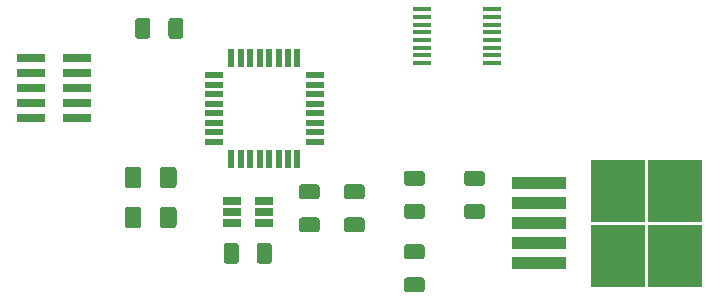
<source format=gbr>
G04 #@! TF.GenerationSoftware,KiCad,Pcbnew,5.1.4-e60b266~84~ubuntu18.04.1*
G04 #@! TF.CreationDate,2019-10-02T13:36:21-06:00*
G04 #@! TF.ProjectId,Star Tracker,53746172-2054-4726-9163-6b65722e6b69,rev?*
G04 #@! TF.SameCoordinates,Original*
G04 #@! TF.FileFunction,Paste,Top*
G04 #@! TF.FilePolarity,Positive*
%FSLAX46Y46*%
G04 Gerber Fmt 4.6, Leading zero omitted, Abs format (unit mm)*
G04 Created by KiCad (PCBNEW 5.1.4-e60b266~84~ubuntu18.04.1) date 2019-10-02 13:36:21*
%MOMM*%
%LPD*%
G04 APERTURE LIST*
%ADD10C,0.100000*%
%ADD11C,1.250000*%
%ADD12R,2.400000X0.740000*%
%ADD13R,1.500000X0.450000*%
%ADD14R,0.550000X1.600000*%
%ADD15R,1.600000X0.550000*%
%ADD16R,1.560000X0.650000*%
%ADD17C,1.425000*%
%ADD18R,4.600000X1.100000*%
%ADD19R,4.550000X5.250000*%
G04 APERTURE END LIST*
D10*
G36*
X135269504Y-83066204D02*
G01*
X135293773Y-83069804D01*
X135317571Y-83075765D01*
X135340671Y-83084030D01*
X135362849Y-83094520D01*
X135383893Y-83107133D01*
X135403598Y-83121747D01*
X135421777Y-83138223D01*
X135438253Y-83156402D01*
X135452867Y-83176107D01*
X135465480Y-83197151D01*
X135475970Y-83219329D01*
X135484235Y-83242429D01*
X135490196Y-83266227D01*
X135493796Y-83290496D01*
X135495000Y-83315000D01*
X135495000Y-84065000D01*
X135493796Y-84089504D01*
X135490196Y-84113773D01*
X135484235Y-84137571D01*
X135475970Y-84160671D01*
X135465480Y-84182849D01*
X135452867Y-84203893D01*
X135438253Y-84223598D01*
X135421777Y-84241777D01*
X135403598Y-84258253D01*
X135383893Y-84272867D01*
X135362849Y-84285480D01*
X135340671Y-84295970D01*
X135317571Y-84304235D01*
X135293773Y-84310196D01*
X135269504Y-84313796D01*
X135245000Y-84315000D01*
X133995000Y-84315000D01*
X133970496Y-84313796D01*
X133946227Y-84310196D01*
X133922429Y-84304235D01*
X133899329Y-84295970D01*
X133877151Y-84285480D01*
X133856107Y-84272867D01*
X133836402Y-84258253D01*
X133818223Y-84241777D01*
X133801747Y-84223598D01*
X133787133Y-84203893D01*
X133774520Y-84182849D01*
X133764030Y-84160671D01*
X133755765Y-84137571D01*
X133749804Y-84113773D01*
X133746204Y-84089504D01*
X133745000Y-84065000D01*
X133745000Y-83315000D01*
X133746204Y-83290496D01*
X133749804Y-83266227D01*
X133755765Y-83242429D01*
X133764030Y-83219329D01*
X133774520Y-83197151D01*
X133787133Y-83176107D01*
X133801747Y-83156402D01*
X133818223Y-83138223D01*
X133836402Y-83121747D01*
X133856107Y-83107133D01*
X133877151Y-83094520D01*
X133899329Y-83084030D01*
X133922429Y-83075765D01*
X133946227Y-83069804D01*
X133970496Y-83066204D01*
X133995000Y-83065000D01*
X135245000Y-83065000D01*
X135269504Y-83066204D01*
X135269504Y-83066204D01*
G37*
D11*
X134620000Y-83690000D03*
D10*
G36*
X135269504Y-85866204D02*
G01*
X135293773Y-85869804D01*
X135317571Y-85875765D01*
X135340671Y-85884030D01*
X135362849Y-85894520D01*
X135383893Y-85907133D01*
X135403598Y-85921747D01*
X135421777Y-85938223D01*
X135438253Y-85956402D01*
X135452867Y-85976107D01*
X135465480Y-85997151D01*
X135475970Y-86019329D01*
X135484235Y-86042429D01*
X135490196Y-86066227D01*
X135493796Y-86090496D01*
X135495000Y-86115000D01*
X135495000Y-86865000D01*
X135493796Y-86889504D01*
X135490196Y-86913773D01*
X135484235Y-86937571D01*
X135475970Y-86960671D01*
X135465480Y-86982849D01*
X135452867Y-87003893D01*
X135438253Y-87023598D01*
X135421777Y-87041777D01*
X135403598Y-87058253D01*
X135383893Y-87072867D01*
X135362849Y-87085480D01*
X135340671Y-87095970D01*
X135317571Y-87104235D01*
X135293773Y-87110196D01*
X135269504Y-87113796D01*
X135245000Y-87115000D01*
X133995000Y-87115000D01*
X133970496Y-87113796D01*
X133946227Y-87110196D01*
X133922429Y-87104235D01*
X133899329Y-87095970D01*
X133877151Y-87085480D01*
X133856107Y-87072867D01*
X133836402Y-87058253D01*
X133818223Y-87041777D01*
X133801747Y-87023598D01*
X133787133Y-87003893D01*
X133774520Y-86982849D01*
X133764030Y-86960671D01*
X133755765Y-86937571D01*
X133749804Y-86913773D01*
X133746204Y-86889504D01*
X133745000Y-86865000D01*
X133745000Y-86115000D01*
X133746204Y-86090496D01*
X133749804Y-86066227D01*
X133755765Y-86042429D01*
X133764030Y-86019329D01*
X133774520Y-85997151D01*
X133787133Y-85976107D01*
X133801747Y-85956402D01*
X133818223Y-85938223D01*
X133836402Y-85921747D01*
X133856107Y-85907133D01*
X133877151Y-85894520D01*
X133899329Y-85884030D01*
X133922429Y-85875765D01*
X133946227Y-85869804D01*
X133970496Y-85866204D01*
X133995000Y-85865000D01*
X135245000Y-85865000D01*
X135269504Y-85866204D01*
X135269504Y-85866204D01*
G37*
D11*
X134620000Y-86490000D03*
D10*
G36*
X131459504Y-83066204D02*
G01*
X131483773Y-83069804D01*
X131507571Y-83075765D01*
X131530671Y-83084030D01*
X131552849Y-83094520D01*
X131573893Y-83107133D01*
X131593598Y-83121747D01*
X131611777Y-83138223D01*
X131628253Y-83156402D01*
X131642867Y-83176107D01*
X131655480Y-83197151D01*
X131665970Y-83219329D01*
X131674235Y-83242429D01*
X131680196Y-83266227D01*
X131683796Y-83290496D01*
X131685000Y-83315000D01*
X131685000Y-84065000D01*
X131683796Y-84089504D01*
X131680196Y-84113773D01*
X131674235Y-84137571D01*
X131665970Y-84160671D01*
X131655480Y-84182849D01*
X131642867Y-84203893D01*
X131628253Y-84223598D01*
X131611777Y-84241777D01*
X131593598Y-84258253D01*
X131573893Y-84272867D01*
X131552849Y-84285480D01*
X131530671Y-84295970D01*
X131507571Y-84304235D01*
X131483773Y-84310196D01*
X131459504Y-84313796D01*
X131435000Y-84315000D01*
X130185000Y-84315000D01*
X130160496Y-84313796D01*
X130136227Y-84310196D01*
X130112429Y-84304235D01*
X130089329Y-84295970D01*
X130067151Y-84285480D01*
X130046107Y-84272867D01*
X130026402Y-84258253D01*
X130008223Y-84241777D01*
X129991747Y-84223598D01*
X129977133Y-84203893D01*
X129964520Y-84182849D01*
X129954030Y-84160671D01*
X129945765Y-84137571D01*
X129939804Y-84113773D01*
X129936204Y-84089504D01*
X129935000Y-84065000D01*
X129935000Y-83315000D01*
X129936204Y-83290496D01*
X129939804Y-83266227D01*
X129945765Y-83242429D01*
X129954030Y-83219329D01*
X129964520Y-83197151D01*
X129977133Y-83176107D01*
X129991747Y-83156402D01*
X130008223Y-83138223D01*
X130026402Y-83121747D01*
X130046107Y-83107133D01*
X130067151Y-83094520D01*
X130089329Y-83084030D01*
X130112429Y-83075765D01*
X130136227Y-83069804D01*
X130160496Y-83066204D01*
X130185000Y-83065000D01*
X131435000Y-83065000D01*
X131459504Y-83066204D01*
X131459504Y-83066204D01*
G37*
D11*
X130810000Y-83690000D03*
D10*
G36*
X131459504Y-85866204D02*
G01*
X131483773Y-85869804D01*
X131507571Y-85875765D01*
X131530671Y-85884030D01*
X131552849Y-85894520D01*
X131573893Y-85907133D01*
X131593598Y-85921747D01*
X131611777Y-85938223D01*
X131628253Y-85956402D01*
X131642867Y-85976107D01*
X131655480Y-85997151D01*
X131665970Y-86019329D01*
X131674235Y-86042429D01*
X131680196Y-86066227D01*
X131683796Y-86090496D01*
X131685000Y-86115000D01*
X131685000Y-86865000D01*
X131683796Y-86889504D01*
X131680196Y-86913773D01*
X131674235Y-86937571D01*
X131665970Y-86960671D01*
X131655480Y-86982849D01*
X131642867Y-87003893D01*
X131628253Y-87023598D01*
X131611777Y-87041777D01*
X131593598Y-87058253D01*
X131573893Y-87072867D01*
X131552849Y-87085480D01*
X131530671Y-87095970D01*
X131507571Y-87104235D01*
X131483773Y-87110196D01*
X131459504Y-87113796D01*
X131435000Y-87115000D01*
X130185000Y-87115000D01*
X130160496Y-87113796D01*
X130136227Y-87110196D01*
X130112429Y-87104235D01*
X130089329Y-87095970D01*
X130067151Y-87085480D01*
X130046107Y-87072867D01*
X130026402Y-87058253D01*
X130008223Y-87041777D01*
X129991747Y-87023598D01*
X129977133Y-87003893D01*
X129964520Y-86982849D01*
X129954030Y-86960671D01*
X129945765Y-86937571D01*
X129939804Y-86913773D01*
X129936204Y-86889504D01*
X129935000Y-86865000D01*
X129935000Y-86115000D01*
X129936204Y-86090496D01*
X129939804Y-86066227D01*
X129945765Y-86042429D01*
X129954030Y-86019329D01*
X129964520Y-85997151D01*
X129977133Y-85976107D01*
X129991747Y-85956402D01*
X130008223Y-85938223D01*
X130026402Y-85921747D01*
X130046107Y-85907133D01*
X130067151Y-85894520D01*
X130089329Y-85884030D01*
X130112429Y-85875765D01*
X130136227Y-85869804D01*
X130160496Y-85866204D01*
X130185000Y-85865000D01*
X131435000Y-85865000D01*
X131459504Y-85866204D01*
X131459504Y-85866204D01*
G37*
D11*
X130810000Y-86490000D03*
D10*
G36*
X127399504Y-88026204D02*
G01*
X127423773Y-88029804D01*
X127447571Y-88035765D01*
X127470671Y-88044030D01*
X127492849Y-88054520D01*
X127513893Y-88067133D01*
X127533598Y-88081747D01*
X127551777Y-88098223D01*
X127568253Y-88116402D01*
X127582867Y-88136107D01*
X127595480Y-88157151D01*
X127605970Y-88179329D01*
X127614235Y-88202429D01*
X127620196Y-88226227D01*
X127623796Y-88250496D01*
X127625000Y-88275000D01*
X127625000Y-89525000D01*
X127623796Y-89549504D01*
X127620196Y-89573773D01*
X127614235Y-89597571D01*
X127605970Y-89620671D01*
X127595480Y-89642849D01*
X127582867Y-89663893D01*
X127568253Y-89683598D01*
X127551777Y-89701777D01*
X127533598Y-89718253D01*
X127513893Y-89732867D01*
X127492849Y-89745480D01*
X127470671Y-89755970D01*
X127447571Y-89764235D01*
X127423773Y-89770196D01*
X127399504Y-89773796D01*
X127375000Y-89775000D01*
X126625000Y-89775000D01*
X126600496Y-89773796D01*
X126576227Y-89770196D01*
X126552429Y-89764235D01*
X126529329Y-89755970D01*
X126507151Y-89745480D01*
X126486107Y-89732867D01*
X126466402Y-89718253D01*
X126448223Y-89701777D01*
X126431747Y-89683598D01*
X126417133Y-89663893D01*
X126404520Y-89642849D01*
X126394030Y-89620671D01*
X126385765Y-89597571D01*
X126379804Y-89573773D01*
X126376204Y-89549504D01*
X126375000Y-89525000D01*
X126375000Y-88275000D01*
X126376204Y-88250496D01*
X126379804Y-88226227D01*
X126385765Y-88202429D01*
X126394030Y-88179329D01*
X126404520Y-88157151D01*
X126417133Y-88136107D01*
X126431747Y-88116402D01*
X126448223Y-88098223D01*
X126466402Y-88081747D01*
X126486107Y-88067133D01*
X126507151Y-88054520D01*
X126529329Y-88044030D01*
X126552429Y-88035765D01*
X126576227Y-88029804D01*
X126600496Y-88026204D01*
X126625000Y-88025000D01*
X127375000Y-88025000D01*
X127399504Y-88026204D01*
X127399504Y-88026204D01*
G37*
D11*
X127000000Y-88900000D03*
D10*
G36*
X124599504Y-88026204D02*
G01*
X124623773Y-88029804D01*
X124647571Y-88035765D01*
X124670671Y-88044030D01*
X124692849Y-88054520D01*
X124713893Y-88067133D01*
X124733598Y-88081747D01*
X124751777Y-88098223D01*
X124768253Y-88116402D01*
X124782867Y-88136107D01*
X124795480Y-88157151D01*
X124805970Y-88179329D01*
X124814235Y-88202429D01*
X124820196Y-88226227D01*
X124823796Y-88250496D01*
X124825000Y-88275000D01*
X124825000Y-89525000D01*
X124823796Y-89549504D01*
X124820196Y-89573773D01*
X124814235Y-89597571D01*
X124805970Y-89620671D01*
X124795480Y-89642849D01*
X124782867Y-89663893D01*
X124768253Y-89683598D01*
X124751777Y-89701777D01*
X124733598Y-89718253D01*
X124713893Y-89732867D01*
X124692849Y-89745480D01*
X124670671Y-89755970D01*
X124647571Y-89764235D01*
X124623773Y-89770196D01*
X124599504Y-89773796D01*
X124575000Y-89775000D01*
X123825000Y-89775000D01*
X123800496Y-89773796D01*
X123776227Y-89770196D01*
X123752429Y-89764235D01*
X123729329Y-89755970D01*
X123707151Y-89745480D01*
X123686107Y-89732867D01*
X123666402Y-89718253D01*
X123648223Y-89701777D01*
X123631747Y-89683598D01*
X123617133Y-89663893D01*
X123604520Y-89642849D01*
X123594030Y-89620671D01*
X123585765Y-89597571D01*
X123579804Y-89573773D01*
X123576204Y-89549504D01*
X123575000Y-89525000D01*
X123575000Y-88275000D01*
X123576204Y-88250496D01*
X123579804Y-88226227D01*
X123585765Y-88202429D01*
X123594030Y-88179329D01*
X123604520Y-88157151D01*
X123617133Y-88136107D01*
X123631747Y-88116402D01*
X123648223Y-88098223D01*
X123666402Y-88081747D01*
X123686107Y-88067133D01*
X123707151Y-88054520D01*
X123729329Y-88044030D01*
X123752429Y-88035765D01*
X123776227Y-88029804D01*
X123800496Y-88026204D01*
X123825000Y-88025000D01*
X124575000Y-88025000D01*
X124599504Y-88026204D01*
X124599504Y-88026204D01*
G37*
D11*
X124200000Y-88900000D03*
D10*
G36*
X140349504Y-90946204D02*
G01*
X140373773Y-90949804D01*
X140397571Y-90955765D01*
X140420671Y-90964030D01*
X140442849Y-90974520D01*
X140463893Y-90987133D01*
X140483598Y-91001747D01*
X140501777Y-91018223D01*
X140518253Y-91036402D01*
X140532867Y-91056107D01*
X140545480Y-91077151D01*
X140555970Y-91099329D01*
X140564235Y-91122429D01*
X140570196Y-91146227D01*
X140573796Y-91170496D01*
X140575000Y-91195000D01*
X140575000Y-91945000D01*
X140573796Y-91969504D01*
X140570196Y-91993773D01*
X140564235Y-92017571D01*
X140555970Y-92040671D01*
X140545480Y-92062849D01*
X140532867Y-92083893D01*
X140518253Y-92103598D01*
X140501777Y-92121777D01*
X140483598Y-92138253D01*
X140463893Y-92152867D01*
X140442849Y-92165480D01*
X140420671Y-92175970D01*
X140397571Y-92184235D01*
X140373773Y-92190196D01*
X140349504Y-92193796D01*
X140325000Y-92195000D01*
X139075000Y-92195000D01*
X139050496Y-92193796D01*
X139026227Y-92190196D01*
X139002429Y-92184235D01*
X138979329Y-92175970D01*
X138957151Y-92165480D01*
X138936107Y-92152867D01*
X138916402Y-92138253D01*
X138898223Y-92121777D01*
X138881747Y-92103598D01*
X138867133Y-92083893D01*
X138854520Y-92062849D01*
X138844030Y-92040671D01*
X138835765Y-92017571D01*
X138829804Y-91993773D01*
X138826204Y-91969504D01*
X138825000Y-91945000D01*
X138825000Y-91195000D01*
X138826204Y-91170496D01*
X138829804Y-91146227D01*
X138835765Y-91122429D01*
X138844030Y-91099329D01*
X138854520Y-91077151D01*
X138867133Y-91056107D01*
X138881747Y-91036402D01*
X138898223Y-91018223D01*
X138916402Y-91001747D01*
X138936107Y-90987133D01*
X138957151Y-90974520D01*
X138979329Y-90964030D01*
X139002429Y-90955765D01*
X139026227Y-90949804D01*
X139050496Y-90946204D01*
X139075000Y-90945000D01*
X140325000Y-90945000D01*
X140349504Y-90946204D01*
X140349504Y-90946204D01*
G37*
D11*
X139700000Y-91570000D03*
D10*
G36*
X140349504Y-88146204D02*
G01*
X140373773Y-88149804D01*
X140397571Y-88155765D01*
X140420671Y-88164030D01*
X140442849Y-88174520D01*
X140463893Y-88187133D01*
X140483598Y-88201747D01*
X140501777Y-88218223D01*
X140518253Y-88236402D01*
X140532867Y-88256107D01*
X140545480Y-88277151D01*
X140555970Y-88299329D01*
X140564235Y-88322429D01*
X140570196Y-88346227D01*
X140573796Y-88370496D01*
X140575000Y-88395000D01*
X140575000Y-89145000D01*
X140573796Y-89169504D01*
X140570196Y-89193773D01*
X140564235Y-89217571D01*
X140555970Y-89240671D01*
X140545480Y-89262849D01*
X140532867Y-89283893D01*
X140518253Y-89303598D01*
X140501777Y-89321777D01*
X140483598Y-89338253D01*
X140463893Y-89352867D01*
X140442849Y-89365480D01*
X140420671Y-89375970D01*
X140397571Y-89384235D01*
X140373773Y-89390196D01*
X140349504Y-89393796D01*
X140325000Y-89395000D01*
X139075000Y-89395000D01*
X139050496Y-89393796D01*
X139026227Y-89390196D01*
X139002429Y-89384235D01*
X138979329Y-89375970D01*
X138957151Y-89365480D01*
X138936107Y-89352867D01*
X138916402Y-89338253D01*
X138898223Y-89321777D01*
X138881747Y-89303598D01*
X138867133Y-89283893D01*
X138854520Y-89262849D01*
X138844030Y-89240671D01*
X138835765Y-89217571D01*
X138829804Y-89193773D01*
X138826204Y-89169504D01*
X138825000Y-89145000D01*
X138825000Y-88395000D01*
X138826204Y-88370496D01*
X138829804Y-88346227D01*
X138835765Y-88322429D01*
X138844030Y-88299329D01*
X138854520Y-88277151D01*
X138867133Y-88256107D01*
X138881747Y-88236402D01*
X138898223Y-88218223D01*
X138916402Y-88201747D01*
X138936107Y-88187133D01*
X138957151Y-88174520D01*
X138979329Y-88164030D01*
X139002429Y-88155765D01*
X139026227Y-88149804D01*
X139050496Y-88146204D01*
X139075000Y-88145000D01*
X140325000Y-88145000D01*
X140349504Y-88146204D01*
X140349504Y-88146204D01*
G37*
D11*
X139700000Y-88770000D03*
D10*
G36*
X119909504Y-68976204D02*
G01*
X119933773Y-68979804D01*
X119957571Y-68985765D01*
X119980671Y-68994030D01*
X120002849Y-69004520D01*
X120023893Y-69017133D01*
X120043598Y-69031747D01*
X120061777Y-69048223D01*
X120078253Y-69066402D01*
X120092867Y-69086107D01*
X120105480Y-69107151D01*
X120115970Y-69129329D01*
X120124235Y-69152429D01*
X120130196Y-69176227D01*
X120133796Y-69200496D01*
X120135000Y-69225000D01*
X120135000Y-70475000D01*
X120133796Y-70499504D01*
X120130196Y-70523773D01*
X120124235Y-70547571D01*
X120115970Y-70570671D01*
X120105480Y-70592849D01*
X120092867Y-70613893D01*
X120078253Y-70633598D01*
X120061777Y-70651777D01*
X120043598Y-70668253D01*
X120023893Y-70682867D01*
X120002849Y-70695480D01*
X119980671Y-70705970D01*
X119957571Y-70714235D01*
X119933773Y-70720196D01*
X119909504Y-70723796D01*
X119885000Y-70725000D01*
X119135000Y-70725000D01*
X119110496Y-70723796D01*
X119086227Y-70720196D01*
X119062429Y-70714235D01*
X119039329Y-70705970D01*
X119017151Y-70695480D01*
X118996107Y-70682867D01*
X118976402Y-70668253D01*
X118958223Y-70651777D01*
X118941747Y-70633598D01*
X118927133Y-70613893D01*
X118914520Y-70592849D01*
X118904030Y-70570671D01*
X118895765Y-70547571D01*
X118889804Y-70523773D01*
X118886204Y-70499504D01*
X118885000Y-70475000D01*
X118885000Y-69225000D01*
X118886204Y-69200496D01*
X118889804Y-69176227D01*
X118895765Y-69152429D01*
X118904030Y-69129329D01*
X118914520Y-69107151D01*
X118927133Y-69086107D01*
X118941747Y-69066402D01*
X118958223Y-69048223D01*
X118976402Y-69031747D01*
X118996107Y-69017133D01*
X119017151Y-69004520D01*
X119039329Y-68994030D01*
X119062429Y-68985765D01*
X119086227Y-68979804D01*
X119110496Y-68976204D01*
X119135000Y-68975000D01*
X119885000Y-68975000D01*
X119909504Y-68976204D01*
X119909504Y-68976204D01*
G37*
D11*
X119510000Y-69850000D03*
D10*
G36*
X117109504Y-68976204D02*
G01*
X117133773Y-68979804D01*
X117157571Y-68985765D01*
X117180671Y-68994030D01*
X117202849Y-69004520D01*
X117223893Y-69017133D01*
X117243598Y-69031747D01*
X117261777Y-69048223D01*
X117278253Y-69066402D01*
X117292867Y-69086107D01*
X117305480Y-69107151D01*
X117315970Y-69129329D01*
X117324235Y-69152429D01*
X117330196Y-69176227D01*
X117333796Y-69200496D01*
X117335000Y-69225000D01*
X117335000Y-70475000D01*
X117333796Y-70499504D01*
X117330196Y-70523773D01*
X117324235Y-70547571D01*
X117315970Y-70570671D01*
X117305480Y-70592849D01*
X117292867Y-70613893D01*
X117278253Y-70633598D01*
X117261777Y-70651777D01*
X117243598Y-70668253D01*
X117223893Y-70682867D01*
X117202849Y-70695480D01*
X117180671Y-70705970D01*
X117157571Y-70714235D01*
X117133773Y-70720196D01*
X117109504Y-70723796D01*
X117085000Y-70725000D01*
X116335000Y-70725000D01*
X116310496Y-70723796D01*
X116286227Y-70720196D01*
X116262429Y-70714235D01*
X116239329Y-70705970D01*
X116217151Y-70695480D01*
X116196107Y-70682867D01*
X116176402Y-70668253D01*
X116158223Y-70651777D01*
X116141747Y-70633598D01*
X116127133Y-70613893D01*
X116114520Y-70592849D01*
X116104030Y-70570671D01*
X116095765Y-70547571D01*
X116089804Y-70523773D01*
X116086204Y-70499504D01*
X116085000Y-70475000D01*
X116085000Y-69225000D01*
X116086204Y-69200496D01*
X116089804Y-69176227D01*
X116095765Y-69152429D01*
X116104030Y-69129329D01*
X116114520Y-69107151D01*
X116127133Y-69086107D01*
X116141747Y-69066402D01*
X116158223Y-69048223D01*
X116176402Y-69031747D01*
X116196107Y-69017133D01*
X116217151Y-69004520D01*
X116239329Y-68994030D01*
X116262429Y-68985765D01*
X116286227Y-68979804D01*
X116310496Y-68976204D01*
X116335000Y-68975000D01*
X117085000Y-68975000D01*
X117109504Y-68976204D01*
X117109504Y-68976204D01*
G37*
D11*
X116710000Y-69850000D03*
D10*
G36*
X145429504Y-81926204D02*
G01*
X145453773Y-81929804D01*
X145477571Y-81935765D01*
X145500671Y-81944030D01*
X145522849Y-81954520D01*
X145543893Y-81967133D01*
X145563598Y-81981747D01*
X145581777Y-81998223D01*
X145598253Y-82016402D01*
X145612867Y-82036107D01*
X145625480Y-82057151D01*
X145635970Y-82079329D01*
X145644235Y-82102429D01*
X145650196Y-82126227D01*
X145653796Y-82150496D01*
X145655000Y-82175000D01*
X145655000Y-82925000D01*
X145653796Y-82949504D01*
X145650196Y-82973773D01*
X145644235Y-82997571D01*
X145635970Y-83020671D01*
X145625480Y-83042849D01*
X145612867Y-83063893D01*
X145598253Y-83083598D01*
X145581777Y-83101777D01*
X145563598Y-83118253D01*
X145543893Y-83132867D01*
X145522849Y-83145480D01*
X145500671Y-83155970D01*
X145477571Y-83164235D01*
X145453773Y-83170196D01*
X145429504Y-83173796D01*
X145405000Y-83175000D01*
X144155000Y-83175000D01*
X144130496Y-83173796D01*
X144106227Y-83170196D01*
X144082429Y-83164235D01*
X144059329Y-83155970D01*
X144037151Y-83145480D01*
X144016107Y-83132867D01*
X143996402Y-83118253D01*
X143978223Y-83101777D01*
X143961747Y-83083598D01*
X143947133Y-83063893D01*
X143934520Y-83042849D01*
X143924030Y-83020671D01*
X143915765Y-82997571D01*
X143909804Y-82973773D01*
X143906204Y-82949504D01*
X143905000Y-82925000D01*
X143905000Y-82175000D01*
X143906204Y-82150496D01*
X143909804Y-82126227D01*
X143915765Y-82102429D01*
X143924030Y-82079329D01*
X143934520Y-82057151D01*
X143947133Y-82036107D01*
X143961747Y-82016402D01*
X143978223Y-81998223D01*
X143996402Y-81981747D01*
X144016107Y-81967133D01*
X144037151Y-81954520D01*
X144059329Y-81944030D01*
X144082429Y-81935765D01*
X144106227Y-81929804D01*
X144130496Y-81926204D01*
X144155000Y-81925000D01*
X145405000Y-81925000D01*
X145429504Y-81926204D01*
X145429504Y-81926204D01*
G37*
D11*
X144780000Y-82550000D03*
D10*
G36*
X145429504Y-84726204D02*
G01*
X145453773Y-84729804D01*
X145477571Y-84735765D01*
X145500671Y-84744030D01*
X145522849Y-84754520D01*
X145543893Y-84767133D01*
X145563598Y-84781747D01*
X145581777Y-84798223D01*
X145598253Y-84816402D01*
X145612867Y-84836107D01*
X145625480Y-84857151D01*
X145635970Y-84879329D01*
X145644235Y-84902429D01*
X145650196Y-84926227D01*
X145653796Y-84950496D01*
X145655000Y-84975000D01*
X145655000Y-85725000D01*
X145653796Y-85749504D01*
X145650196Y-85773773D01*
X145644235Y-85797571D01*
X145635970Y-85820671D01*
X145625480Y-85842849D01*
X145612867Y-85863893D01*
X145598253Y-85883598D01*
X145581777Y-85901777D01*
X145563598Y-85918253D01*
X145543893Y-85932867D01*
X145522849Y-85945480D01*
X145500671Y-85955970D01*
X145477571Y-85964235D01*
X145453773Y-85970196D01*
X145429504Y-85973796D01*
X145405000Y-85975000D01*
X144155000Y-85975000D01*
X144130496Y-85973796D01*
X144106227Y-85970196D01*
X144082429Y-85964235D01*
X144059329Y-85955970D01*
X144037151Y-85945480D01*
X144016107Y-85932867D01*
X143996402Y-85918253D01*
X143978223Y-85901777D01*
X143961747Y-85883598D01*
X143947133Y-85863893D01*
X143934520Y-85842849D01*
X143924030Y-85820671D01*
X143915765Y-85797571D01*
X143909804Y-85773773D01*
X143906204Y-85749504D01*
X143905000Y-85725000D01*
X143905000Y-84975000D01*
X143906204Y-84950496D01*
X143909804Y-84926227D01*
X143915765Y-84902429D01*
X143924030Y-84879329D01*
X143934520Y-84857151D01*
X143947133Y-84836107D01*
X143961747Y-84816402D01*
X143978223Y-84798223D01*
X143996402Y-84781747D01*
X144016107Y-84767133D01*
X144037151Y-84754520D01*
X144059329Y-84744030D01*
X144082429Y-84735765D01*
X144106227Y-84729804D01*
X144130496Y-84726204D01*
X144155000Y-84725000D01*
X145405000Y-84725000D01*
X145429504Y-84726204D01*
X145429504Y-84726204D01*
G37*
D11*
X144780000Y-85350000D03*
D10*
G36*
X140349504Y-81920204D02*
G01*
X140373773Y-81923804D01*
X140397571Y-81929765D01*
X140420671Y-81938030D01*
X140442849Y-81948520D01*
X140463893Y-81961133D01*
X140483598Y-81975747D01*
X140501777Y-81992223D01*
X140518253Y-82010402D01*
X140532867Y-82030107D01*
X140545480Y-82051151D01*
X140555970Y-82073329D01*
X140564235Y-82096429D01*
X140570196Y-82120227D01*
X140573796Y-82144496D01*
X140575000Y-82169000D01*
X140575000Y-82919000D01*
X140573796Y-82943504D01*
X140570196Y-82967773D01*
X140564235Y-82991571D01*
X140555970Y-83014671D01*
X140545480Y-83036849D01*
X140532867Y-83057893D01*
X140518253Y-83077598D01*
X140501777Y-83095777D01*
X140483598Y-83112253D01*
X140463893Y-83126867D01*
X140442849Y-83139480D01*
X140420671Y-83149970D01*
X140397571Y-83158235D01*
X140373773Y-83164196D01*
X140349504Y-83167796D01*
X140325000Y-83169000D01*
X139075000Y-83169000D01*
X139050496Y-83167796D01*
X139026227Y-83164196D01*
X139002429Y-83158235D01*
X138979329Y-83149970D01*
X138957151Y-83139480D01*
X138936107Y-83126867D01*
X138916402Y-83112253D01*
X138898223Y-83095777D01*
X138881747Y-83077598D01*
X138867133Y-83057893D01*
X138854520Y-83036849D01*
X138844030Y-83014671D01*
X138835765Y-82991571D01*
X138829804Y-82967773D01*
X138826204Y-82943504D01*
X138825000Y-82919000D01*
X138825000Y-82169000D01*
X138826204Y-82144496D01*
X138829804Y-82120227D01*
X138835765Y-82096429D01*
X138844030Y-82073329D01*
X138854520Y-82051151D01*
X138867133Y-82030107D01*
X138881747Y-82010402D01*
X138898223Y-81992223D01*
X138916402Y-81975747D01*
X138936107Y-81961133D01*
X138957151Y-81948520D01*
X138979329Y-81938030D01*
X139002429Y-81929765D01*
X139026227Y-81923804D01*
X139050496Y-81920204D01*
X139075000Y-81919000D01*
X140325000Y-81919000D01*
X140349504Y-81920204D01*
X140349504Y-81920204D01*
G37*
D11*
X139700000Y-82544000D03*
D10*
G36*
X140349504Y-84720204D02*
G01*
X140373773Y-84723804D01*
X140397571Y-84729765D01*
X140420671Y-84738030D01*
X140442849Y-84748520D01*
X140463893Y-84761133D01*
X140483598Y-84775747D01*
X140501777Y-84792223D01*
X140518253Y-84810402D01*
X140532867Y-84830107D01*
X140545480Y-84851151D01*
X140555970Y-84873329D01*
X140564235Y-84896429D01*
X140570196Y-84920227D01*
X140573796Y-84944496D01*
X140575000Y-84969000D01*
X140575000Y-85719000D01*
X140573796Y-85743504D01*
X140570196Y-85767773D01*
X140564235Y-85791571D01*
X140555970Y-85814671D01*
X140545480Y-85836849D01*
X140532867Y-85857893D01*
X140518253Y-85877598D01*
X140501777Y-85895777D01*
X140483598Y-85912253D01*
X140463893Y-85926867D01*
X140442849Y-85939480D01*
X140420671Y-85949970D01*
X140397571Y-85958235D01*
X140373773Y-85964196D01*
X140349504Y-85967796D01*
X140325000Y-85969000D01*
X139075000Y-85969000D01*
X139050496Y-85967796D01*
X139026227Y-85964196D01*
X139002429Y-85958235D01*
X138979329Y-85949970D01*
X138957151Y-85939480D01*
X138936107Y-85926867D01*
X138916402Y-85912253D01*
X138898223Y-85895777D01*
X138881747Y-85877598D01*
X138867133Y-85857893D01*
X138854520Y-85836849D01*
X138844030Y-85814671D01*
X138835765Y-85791571D01*
X138829804Y-85767773D01*
X138826204Y-85743504D01*
X138825000Y-85719000D01*
X138825000Y-84969000D01*
X138826204Y-84944496D01*
X138829804Y-84920227D01*
X138835765Y-84896429D01*
X138844030Y-84873329D01*
X138854520Y-84851151D01*
X138867133Y-84830107D01*
X138881747Y-84810402D01*
X138898223Y-84792223D01*
X138916402Y-84775747D01*
X138936107Y-84761133D01*
X138957151Y-84748520D01*
X138979329Y-84738030D01*
X139002429Y-84729765D01*
X139026227Y-84723804D01*
X139050496Y-84720204D01*
X139075000Y-84719000D01*
X140325000Y-84719000D01*
X140349504Y-84720204D01*
X140349504Y-84720204D01*
G37*
D11*
X139700000Y-85344000D03*
D12*
X107270000Y-72390000D03*
X111170000Y-72390000D03*
X107270000Y-73660000D03*
X111170000Y-73660000D03*
X107270000Y-74930000D03*
X111170000Y-74930000D03*
X107270000Y-76200000D03*
X111170000Y-76200000D03*
X107270000Y-77470000D03*
X111170000Y-77470000D03*
D13*
X146235000Y-72786000D03*
X146235000Y-72136000D03*
X146235000Y-71486000D03*
X146235000Y-70836000D03*
X146235000Y-70186000D03*
X146235000Y-69536000D03*
X146235000Y-68886000D03*
X146235000Y-68236000D03*
X140335000Y-68236000D03*
X140335000Y-68886000D03*
X140335000Y-69536000D03*
X140335000Y-70186000D03*
X140335000Y-70836000D03*
X140335000Y-71486000D03*
X140335000Y-72136000D03*
X140335000Y-72786000D03*
D14*
X124200000Y-80890000D03*
X125000000Y-80890000D03*
X125800000Y-80890000D03*
X126600000Y-80890000D03*
X127400000Y-80890000D03*
X128200000Y-80890000D03*
X129000000Y-80890000D03*
X129800000Y-80890000D03*
D15*
X131250000Y-79440000D03*
X131250000Y-78640000D03*
X131250000Y-77840000D03*
X131250000Y-77040000D03*
X131250000Y-76240000D03*
X131250000Y-75440000D03*
X131250000Y-74640000D03*
X131250000Y-73840000D03*
D14*
X129800000Y-72390000D03*
X129000000Y-72390000D03*
X128200000Y-72390000D03*
X127400000Y-72390000D03*
X126600000Y-72390000D03*
X125800000Y-72390000D03*
X125000000Y-72390000D03*
X124200000Y-72390000D03*
D15*
X122750000Y-73840000D03*
X122750000Y-74640000D03*
X122750000Y-75440000D03*
X122750000Y-76240000D03*
X122750000Y-77040000D03*
X122750000Y-77840000D03*
X122750000Y-78640000D03*
X122750000Y-79440000D03*
D16*
X124300000Y-84460000D03*
X124300000Y-85410000D03*
X124300000Y-86360000D03*
X127000000Y-86360000D03*
X127000000Y-84460000D03*
X127000000Y-85410000D03*
D10*
G36*
X119339505Y-81601205D02*
G01*
X119363774Y-81604805D01*
X119387572Y-81610766D01*
X119410672Y-81619031D01*
X119432850Y-81629521D01*
X119453894Y-81642134D01*
X119473599Y-81656748D01*
X119491778Y-81673224D01*
X119508254Y-81691403D01*
X119522868Y-81711108D01*
X119535481Y-81732152D01*
X119545971Y-81754330D01*
X119554236Y-81777430D01*
X119560197Y-81801228D01*
X119563797Y-81825497D01*
X119565001Y-81850001D01*
X119565001Y-83100001D01*
X119563797Y-83124505D01*
X119560197Y-83148774D01*
X119554236Y-83172572D01*
X119545971Y-83195672D01*
X119535481Y-83217850D01*
X119522868Y-83238894D01*
X119508254Y-83258599D01*
X119491778Y-83276778D01*
X119473599Y-83293254D01*
X119453894Y-83307868D01*
X119432850Y-83320481D01*
X119410672Y-83330971D01*
X119387572Y-83339236D01*
X119363774Y-83345197D01*
X119339505Y-83348797D01*
X119315001Y-83350001D01*
X118390001Y-83350001D01*
X118365497Y-83348797D01*
X118341228Y-83345197D01*
X118317430Y-83339236D01*
X118294330Y-83330971D01*
X118272152Y-83320481D01*
X118251108Y-83307868D01*
X118231403Y-83293254D01*
X118213224Y-83276778D01*
X118196748Y-83258599D01*
X118182134Y-83238894D01*
X118169521Y-83217850D01*
X118159031Y-83195672D01*
X118150766Y-83172572D01*
X118144805Y-83148774D01*
X118141205Y-83124505D01*
X118140001Y-83100001D01*
X118140001Y-81850001D01*
X118141205Y-81825497D01*
X118144805Y-81801228D01*
X118150766Y-81777430D01*
X118159031Y-81754330D01*
X118169521Y-81732152D01*
X118182134Y-81711108D01*
X118196748Y-81691403D01*
X118213224Y-81673224D01*
X118231403Y-81656748D01*
X118251108Y-81642134D01*
X118272152Y-81629521D01*
X118294330Y-81619031D01*
X118317430Y-81610766D01*
X118341228Y-81604805D01*
X118365497Y-81601205D01*
X118390001Y-81600001D01*
X119315001Y-81600001D01*
X119339505Y-81601205D01*
X119339505Y-81601205D01*
G37*
D17*
X118852501Y-82475001D03*
D10*
G36*
X116364505Y-81601205D02*
G01*
X116388774Y-81604805D01*
X116412572Y-81610766D01*
X116435672Y-81619031D01*
X116457850Y-81629521D01*
X116478894Y-81642134D01*
X116498599Y-81656748D01*
X116516778Y-81673224D01*
X116533254Y-81691403D01*
X116547868Y-81711108D01*
X116560481Y-81732152D01*
X116570971Y-81754330D01*
X116579236Y-81777430D01*
X116585197Y-81801228D01*
X116588797Y-81825497D01*
X116590001Y-81850001D01*
X116590001Y-83100001D01*
X116588797Y-83124505D01*
X116585197Y-83148774D01*
X116579236Y-83172572D01*
X116570971Y-83195672D01*
X116560481Y-83217850D01*
X116547868Y-83238894D01*
X116533254Y-83258599D01*
X116516778Y-83276778D01*
X116498599Y-83293254D01*
X116478894Y-83307868D01*
X116457850Y-83320481D01*
X116435672Y-83330971D01*
X116412572Y-83339236D01*
X116388774Y-83345197D01*
X116364505Y-83348797D01*
X116340001Y-83350001D01*
X115415001Y-83350001D01*
X115390497Y-83348797D01*
X115366228Y-83345197D01*
X115342430Y-83339236D01*
X115319330Y-83330971D01*
X115297152Y-83320481D01*
X115276108Y-83307868D01*
X115256403Y-83293254D01*
X115238224Y-83276778D01*
X115221748Y-83258599D01*
X115207134Y-83238894D01*
X115194521Y-83217850D01*
X115184031Y-83195672D01*
X115175766Y-83172572D01*
X115169805Y-83148774D01*
X115166205Y-83124505D01*
X115165001Y-83100001D01*
X115165001Y-81850001D01*
X115166205Y-81825497D01*
X115169805Y-81801228D01*
X115175766Y-81777430D01*
X115184031Y-81754330D01*
X115194521Y-81732152D01*
X115207134Y-81711108D01*
X115221748Y-81691403D01*
X115238224Y-81673224D01*
X115256403Y-81656748D01*
X115276108Y-81642134D01*
X115297152Y-81629521D01*
X115319330Y-81619031D01*
X115342430Y-81610766D01*
X115366228Y-81604805D01*
X115390497Y-81601205D01*
X115415001Y-81600001D01*
X116340001Y-81600001D01*
X116364505Y-81601205D01*
X116364505Y-81601205D01*
G37*
D17*
X115877501Y-82475001D03*
D10*
G36*
X116364505Y-84991205D02*
G01*
X116388774Y-84994805D01*
X116412572Y-85000766D01*
X116435672Y-85009031D01*
X116457850Y-85019521D01*
X116478894Y-85032134D01*
X116498599Y-85046748D01*
X116516778Y-85063224D01*
X116533254Y-85081403D01*
X116547868Y-85101108D01*
X116560481Y-85122152D01*
X116570971Y-85144330D01*
X116579236Y-85167430D01*
X116585197Y-85191228D01*
X116588797Y-85215497D01*
X116590001Y-85240001D01*
X116590001Y-86490001D01*
X116588797Y-86514505D01*
X116585197Y-86538774D01*
X116579236Y-86562572D01*
X116570971Y-86585672D01*
X116560481Y-86607850D01*
X116547868Y-86628894D01*
X116533254Y-86648599D01*
X116516778Y-86666778D01*
X116498599Y-86683254D01*
X116478894Y-86697868D01*
X116457850Y-86710481D01*
X116435672Y-86720971D01*
X116412572Y-86729236D01*
X116388774Y-86735197D01*
X116364505Y-86738797D01*
X116340001Y-86740001D01*
X115415001Y-86740001D01*
X115390497Y-86738797D01*
X115366228Y-86735197D01*
X115342430Y-86729236D01*
X115319330Y-86720971D01*
X115297152Y-86710481D01*
X115276108Y-86697868D01*
X115256403Y-86683254D01*
X115238224Y-86666778D01*
X115221748Y-86648599D01*
X115207134Y-86628894D01*
X115194521Y-86607850D01*
X115184031Y-86585672D01*
X115175766Y-86562572D01*
X115169805Y-86538774D01*
X115166205Y-86514505D01*
X115165001Y-86490001D01*
X115165001Y-85240001D01*
X115166205Y-85215497D01*
X115169805Y-85191228D01*
X115175766Y-85167430D01*
X115184031Y-85144330D01*
X115194521Y-85122152D01*
X115207134Y-85101108D01*
X115221748Y-85081403D01*
X115238224Y-85063224D01*
X115256403Y-85046748D01*
X115276108Y-85032134D01*
X115297152Y-85019521D01*
X115319330Y-85009031D01*
X115342430Y-85000766D01*
X115366228Y-84994805D01*
X115390497Y-84991205D01*
X115415001Y-84990001D01*
X116340001Y-84990001D01*
X116364505Y-84991205D01*
X116364505Y-84991205D01*
G37*
D17*
X115877501Y-85865001D03*
D10*
G36*
X119339505Y-84991205D02*
G01*
X119363774Y-84994805D01*
X119387572Y-85000766D01*
X119410672Y-85009031D01*
X119432850Y-85019521D01*
X119453894Y-85032134D01*
X119473599Y-85046748D01*
X119491778Y-85063224D01*
X119508254Y-85081403D01*
X119522868Y-85101108D01*
X119535481Y-85122152D01*
X119545971Y-85144330D01*
X119554236Y-85167430D01*
X119560197Y-85191228D01*
X119563797Y-85215497D01*
X119565001Y-85240001D01*
X119565001Y-86490001D01*
X119563797Y-86514505D01*
X119560197Y-86538774D01*
X119554236Y-86562572D01*
X119545971Y-86585672D01*
X119535481Y-86607850D01*
X119522868Y-86628894D01*
X119508254Y-86648599D01*
X119491778Y-86666778D01*
X119473599Y-86683254D01*
X119453894Y-86697868D01*
X119432850Y-86710481D01*
X119410672Y-86720971D01*
X119387572Y-86729236D01*
X119363774Y-86735197D01*
X119339505Y-86738797D01*
X119315001Y-86740001D01*
X118390001Y-86740001D01*
X118365497Y-86738797D01*
X118341228Y-86735197D01*
X118317430Y-86729236D01*
X118294330Y-86720971D01*
X118272152Y-86710481D01*
X118251108Y-86697868D01*
X118231403Y-86683254D01*
X118213224Y-86666778D01*
X118196748Y-86648599D01*
X118182134Y-86628894D01*
X118169521Y-86607850D01*
X118159031Y-86585672D01*
X118150766Y-86562572D01*
X118144805Y-86538774D01*
X118141205Y-86514505D01*
X118140001Y-86490001D01*
X118140001Y-85240001D01*
X118141205Y-85215497D01*
X118144805Y-85191228D01*
X118150766Y-85167430D01*
X118159031Y-85144330D01*
X118169521Y-85122152D01*
X118182134Y-85101108D01*
X118196748Y-85081403D01*
X118213224Y-85063224D01*
X118231403Y-85046748D01*
X118251108Y-85032134D01*
X118272152Y-85019521D01*
X118294330Y-85009031D01*
X118317430Y-85000766D01*
X118341228Y-84994805D01*
X118365497Y-84991205D01*
X118390001Y-84990001D01*
X119315001Y-84990001D01*
X119339505Y-84991205D01*
X119339505Y-84991205D01*
G37*
D17*
X118852501Y-85865001D03*
D18*
X150235000Y-82960000D03*
X150235000Y-84660000D03*
X150235000Y-86360000D03*
X150235000Y-88060000D03*
X150235000Y-89760000D03*
D19*
X161810000Y-89135000D03*
X156960000Y-83585000D03*
X161810000Y-83585000D03*
X156960000Y-89135000D03*
M02*

</source>
